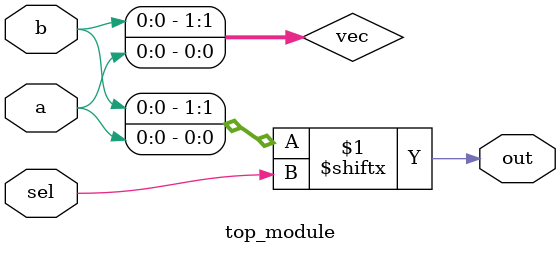
<source format=v>
module top_module( 
    input a, b, sel,
    output out ); 
    wire [1:0] vec= {b,a};
    assign out = vec[sel];
endmodule
</source>
